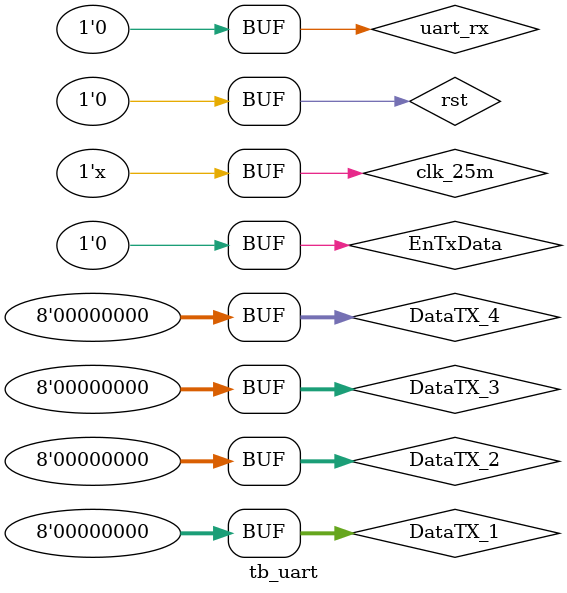
<source format=v>
`timescale 1ns / 1ps


module tb_uart;

	// Inputs
	reg clk_25m;
	reg rst;
	reg uart_rx;
	reg [7:0] DataTX_1;
	reg [7:0] DataTX_2;
	reg [7:0] DataTX_3;
	reg [7:0] DataTX_4;
	reg EnTxData;

	// Outputs
	wire uart_tx;
	wire RX_rdy;
	wire [7:0] DataRX_1;
	wire [7:0] DataRX_2;
	wire [7:0] DataRX_3;
	wire [7:0] DataRX_4;
	wire [7:0] DataRX_5;

	// Instantiate the Unit Under Test (UUT)
	uart uut (
		.clk_25m(clk_25m), 
		.rst(rst), 
		.uart_rx(uart_rx), 
		.uart_tx(uart_tx), 
		.DataTX_1(DataTX_1), 
		.DataTX_2(DataTX_2), 
		.DataTX_3(DataTX_3), 
		.DataTX_4(DataTX_4), 
		.EnTxData(EnTxData), 
		.RX_rdy(RX_rdy), 
		.DataRX_1(DataRX_1), 
		.DataRX_2(DataRX_2), 
		.DataRX_3(DataRX_3), 
		.DataRX_4(DataRX_4), 
		.DataRX_5(DataRX_5)
	);

	initial begin
		// Initialize Inputs
		clk_25m = 0;
		rst = 1;
		uart_rx = 1;
		DataTX_1 = 0;
		DataTX_2 = 0;
		DataTX_3 = 0;
		DataTX_4 = 0;
		EnTxData = 0;

		// Wait 100 ns for global reset to finish
		#100;
        
		// Add stimulus here
      rst=0;
		#10 uart_rx=1;
		#20 uart_rx=0;
		//
		#20 uart_rx=1;
		#20 uart_rx=1;
		#20 uart_rx=1;
		#20 uart_rx=0;
		#20 uart_rx=1;
		#20 uart_rx=1;
		#20 uart_rx=1;
		#20 uart_rx=0;
		#6000
		#10 uart_rx=1;
		#20 uart_rx=0;
		//
		#20 uart_rx=1;
		#20 uart_rx=1;
		#20 uart_rx=1;
		#20 uart_rx=0;
		#20 uart_rx=1;
		#20 uart_rx=1;
		#20 uart_rx=1;
		#20 uart_rx=0;
		
		
		
	end
     always #10 clk_25m=~clk_25m; 
endmodule


</source>
